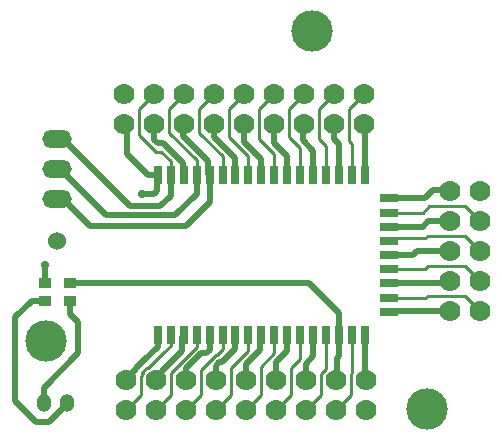
<source format=gtl>
G04*
G04 #@! TF.GenerationSoftware,Altium Limited,Altium Designer,20.0.13 (296)*
G04*
G04 Layer_Physical_Order=1*
G04 Layer_Color=255*
%FSLAX25Y25*%
%MOIN*%
G70*
G01*
G75*
%ADD10C,0.01000*%
%ADD22R,0.03150X0.06000*%
%ADD23R,0.06000X0.03150*%
%ADD24R,0.04331X0.03543*%
%ADD25C,0.02000*%
%ADD26C,0.01500*%
%ADD27O,0.09843X0.06000*%
%ADD28C,0.06000*%
%ADD29C,0.07000*%
%ADD30O,0.04921X0.06000*%
%ADD31C,0.02800*%
%ADD32C,0.13780*%
D10*
X265177Y52627D02*
G03*
X263601Y50876I2823J-4127D01*
G01*
X272854Y118000D02*
Y121543D01*
X345689Y104445D02*
X357102D01*
X359158Y106500D01*
X371000D01*
X376000Y101500D01*
X358345Y96500D02*
X371000D01*
X346764Y96071D02*
X357915D01*
X358345Y96500D01*
X345689Y94996D02*
X346764Y96071D01*
X371000Y96500D02*
X376000Y91500D01*
X345689Y85547D02*
X357654D01*
X358606Y86500D01*
X371000D01*
X376000Y81500D01*
X345689Y76098D02*
X357929D01*
X358331Y76500D01*
X371000D01*
X376000Y71500D01*
X268046Y124590D02*
X269808D01*
X272500Y139000D02*
X277500Y144000D01*
X262500Y130136D02*
X268046Y124590D01*
X272500Y130965D02*
Y139000D01*
X262500Y130136D02*
Y139000D01*
X272500Y130965D02*
X281516Y121949D01*
X269808Y124590D02*
X272854Y121543D01*
X262500Y139000D02*
X267500Y144000D01*
X282500Y130965D02*
X290177Y123287D01*
X281516Y117043D02*
Y121949D01*
X282500Y139000D02*
X287500Y144000D01*
X282500Y130965D02*
Y139000D01*
X290177Y117043D02*
Y123287D01*
X292500Y139000D02*
X297500Y144000D01*
X292500Y129464D02*
Y139000D01*
Y129464D02*
X298839Y123126D01*
Y117043D02*
Y123126D01*
X302500Y128964D02*
Y139000D01*
Y128964D02*
X307500Y123965D01*
Y117043D02*
Y123965D01*
X302500Y139000D02*
X307500Y144000D01*
X316161Y117043D02*
Y125803D01*
X312500Y129464D02*
X316161Y125803D01*
X312500Y129464D02*
Y139000D01*
X317500Y144000D01*
X324823Y117043D02*
Y126646D01*
X322500Y128969D02*
X324823Y126646D01*
X322500Y128969D02*
Y139000D01*
X327500Y144000D01*
X333484Y117043D02*
Y127315D01*
X332500Y128299D02*
X333484Y127315D01*
X332500Y128299D02*
Y139000D01*
X337500Y144000D01*
X345689Y71374D02*
X345815Y71500D01*
X265177Y52627D02*
X270525Y57975D01*
X265177Y52627D02*
X265177Y52627D01*
X270525Y57975D02*
X270743D01*
X263000Y43500D02*
Y49764D01*
X263601Y50876D01*
X270743Y57975D02*
X272854Y60086D01*
Y63500D01*
X258000Y38500D02*
X263000Y43500D01*
X273000Y51035D02*
X281516Y59551D01*
X273000Y43500D02*
Y51035D01*
X281516Y59551D02*
Y63500D01*
X268000Y38500D02*
X273000Y43500D01*
X283000D02*
Y51864D01*
X288136Y57000D01*
X288177D02*
X290177Y59000D01*
X278000Y38500D02*
X283000Y43500D01*
X290177Y59000D02*
Y63500D01*
X288136Y57000D02*
X288177D01*
X298839Y58374D02*
Y63500D01*
X293000Y52535D02*
X298839Y58374D01*
X293000Y43500D02*
Y52535D01*
X288000Y38500D02*
X293000Y43500D01*
X307500Y57535D02*
Y63500D01*
X303000Y53035D02*
X307500Y57535D01*
X303000Y43500D02*
Y53035D01*
X298000Y38500D02*
X303000Y43500D01*
X316161Y55697D02*
Y63500D01*
X313000Y52535D02*
X316161Y55697D01*
X313000Y43500D02*
Y52535D01*
X308000Y38500D02*
X313000Y43500D01*
X324823Y52394D02*
Y63500D01*
X323000Y50571D02*
X324823Y52394D01*
X323000Y43500D02*
Y50571D01*
X318000Y38500D02*
X323000Y43500D01*
X333484Y51055D02*
Y63500D01*
X333000Y50571D02*
X333484Y51055D01*
X333000Y43500D02*
Y50571D01*
X328000Y38500D02*
X333000Y43500D01*
X337815Y48685D02*
X338000Y48500D01*
D22*
X316161Y63500D02*
D03*
X320492D02*
D03*
X268524D02*
D03*
X272854D02*
D03*
X281516D02*
D03*
X290177D02*
D03*
X294508D02*
D03*
X298839D02*
D03*
X303169D02*
D03*
X307500D02*
D03*
X311831D02*
D03*
X324823D02*
D03*
X329153D02*
D03*
X337815D02*
D03*
X277185D02*
D03*
X285846D02*
D03*
X333484D02*
D03*
X316161Y117043D02*
D03*
X320492D02*
D03*
X268524D02*
D03*
X272854D02*
D03*
X281516D02*
D03*
X290177D02*
D03*
X294508D02*
D03*
X298839D02*
D03*
X303169D02*
D03*
X307500D02*
D03*
X311831D02*
D03*
X324823D02*
D03*
X329153D02*
D03*
X337815D02*
D03*
X277185D02*
D03*
X285846D02*
D03*
X333484D02*
D03*
D23*
X345689Y85547D02*
D03*
Y109169D02*
D03*
Y104445D02*
D03*
Y99721D02*
D03*
Y94996D02*
D03*
Y90272D02*
D03*
Y71374D02*
D03*
Y76098D02*
D03*
Y80823D02*
D03*
D24*
X231000Y75047D02*
D03*
Y80953D02*
D03*
X239500D02*
D03*
Y75047D02*
D03*
D25*
X231000Y80953D02*
Y87000D01*
X267500Y110500D02*
X268500Y111500D01*
X263500Y110500D02*
X267500D01*
X273000Y110000D02*
Y117854D01*
X272854Y118000D02*
X273000Y117854D01*
X269500Y106500D02*
X273000Y110000D01*
X235000Y129000D02*
X236921D01*
X259421Y106500D01*
X269500D01*
X235000Y109000D02*
X236921D01*
X245921Y100000D01*
X278000D01*
X285846Y107846D01*
X236000Y119000D02*
X251500Y103500D01*
X274500D02*
X281516Y110516D01*
X251500Y103500D02*
X274500D01*
X285846Y107846D02*
Y117043D01*
X235000Y119000D02*
X236000D01*
X281516Y110516D02*
Y117043D01*
X258457Y124043D02*
X265480Y117020D01*
X268500D01*
X258457Y124043D02*
Y133043D01*
X257500Y134000D02*
X258457Y133043D01*
X268672Y127500D02*
X270500D01*
X267500Y128672D02*
Y134000D01*
Y128672D02*
X268672Y127500D01*
X270500D02*
X277000Y121000D01*
Y117228D02*
X277185Y117043D01*
X277000Y117228D02*
Y121000D01*
X285500Y117390D02*
X285846Y117043D01*
X285500Y117390D02*
Y121500D01*
X277000Y130000D02*
X285500Y121500D01*
X277000Y133500D02*
X277500Y134000D01*
X277000Y130000D02*
Y133500D01*
X294508Y117043D02*
Y122492D01*
X287500Y129500D02*
X294508Y122492D01*
X287500Y129500D02*
Y134000D01*
X297500Y128000D02*
Y134000D01*
X303169Y117043D02*
Y122331D01*
X297500Y128000D02*
X303169Y122331D01*
X307500Y127500D02*
Y134000D01*
X311831Y117043D02*
Y123169D01*
X307500Y127500D02*
X311831Y123169D01*
X317000Y133500D02*
X317500Y134000D01*
X317000Y128500D02*
Y133500D01*
X320492Y117043D02*
Y125008D01*
X317000Y128500D02*
X320492Y125008D01*
X327500Y129000D02*
Y134000D01*
Y129000D02*
X329153Y127347D01*
Y117043D02*
Y127347D01*
X337657Y117201D02*
X337815Y117043D01*
X337657Y117201D02*
Y133843D01*
X337500Y134000D02*
X337657Y133843D01*
X365500Y112000D02*
X366000Y111500D01*
X360500Y112000D02*
X365500D01*
X357669Y109169D02*
X360500Y112000D01*
X345689Y109169D02*
X357669D01*
X345689Y99721D02*
X357000D01*
X358780Y101500D02*
X366000D01*
X357000Y99721D02*
X358780Y101500D01*
X353772Y90272D02*
X355000Y91500D01*
X366000D01*
X345689Y90272D02*
X353772D01*
X365500Y81000D02*
X366000Y81500D01*
X345866Y81000D02*
X365500D01*
X345689Y80823D02*
X345866Y81000D01*
X345815Y71500D02*
X366000D01*
X268524Y59509D02*
Y63500D01*
X258000Y48500D02*
Y48985D01*
X264141Y55127D02*
X268524Y59509D01*
X264020Y55127D02*
X264141D01*
X270500Y52071D02*
X276610Y58181D01*
X258000Y48985D02*
X261373Y52359D01*
Y52480D02*
X264020Y55127D01*
X268000Y48500D02*
X270500Y52071D01*
X261373Y52359D02*
Y52480D01*
X276610Y62925D02*
X277185Y63500D01*
X276610Y58181D02*
Y62925D01*
X285846Y58672D02*
Y63500D01*
X284675Y57500D02*
X285846Y58672D01*
X283000Y57500D02*
X284675D01*
X278000Y52500D02*
X283000Y57500D01*
X278000Y48500D02*
Y52500D01*
X289172Y54500D02*
X290000D01*
X288000Y53328D02*
X289172Y54500D01*
X288000Y48500D02*
Y53328D01*
X290000Y54500D02*
X294500Y59000D01*
Y63492D02*
X294508Y63500D01*
X294500Y59000D02*
Y63492D01*
X298000Y48500D02*
Y54000D01*
X302594Y62925D02*
X303169Y63500D01*
X302594Y58595D02*
Y62925D01*
X298000Y54000D02*
X302594Y58595D01*
X308000Y48500D02*
Y54500D01*
X311831Y58331D02*
Y63500D01*
X308000Y54500D02*
X311831Y58331D01*
X318000Y48500D02*
Y54000D01*
X320492Y56492D02*
Y63500D01*
X318000Y54000D02*
X320492Y56492D01*
X328000Y48500D02*
X328500Y49000D01*
Y56000D01*
X329153Y56653D02*
Y63500D01*
X328500Y56000D02*
X329153Y56653D01*
X337815Y48685D02*
Y63500D01*
X329153D02*
Y70846D01*
X319047Y80953D02*
X329153Y70846D01*
X239500Y80953D02*
X319047D01*
X230563Y41000D02*
Y46063D01*
X242000Y57500D01*
X239500Y70500D02*
X242000Y68000D01*
Y57500D02*
Y68000D01*
X239500Y70500D02*
Y75047D01*
X238437Y40461D02*
Y41000D01*
X232476Y34500D02*
X238437Y40461D01*
X228000Y34500D02*
X232476D01*
X221000Y41500D02*
X228000Y34500D01*
X221000Y41500D02*
Y69500D01*
X226547Y75047D02*
X231000D01*
X221000Y69500D02*
X226547Y75047D01*
X238437Y41000D02*
Y41539D01*
X268500Y111500D02*
Y117020D01*
D26*
X239500Y80953D02*
X239547Y81000D01*
D27*
X235000Y119000D02*
D03*
Y129000D02*
D03*
Y109000D02*
D03*
D28*
Y95000D02*
D03*
D29*
X337500Y144000D02*
D03*
Y134000D02*
D03*
X327500Y144000D02*
D03*
Y134000D02*
D03*
X317500Y144000D02*
D03*
Y134000D02*
D03*
X307500Y144000D02*
D03*
Y134000D02*
D03*
X297500Y144000D02*
D03*
Y134000D02*
D03*
X287500Y144000D02*
D03*
Y134000D02*
D03*
X277500Y144000D02*
D03*
Y134000D02*
D03*
X267500Y144000D02*
D03*
Y134000D02*
D03*
X257500Y144000D02*
D03*
Y134000D02*
D03*
X258000Y38500D02*
D03*
Y48500D02*
D03*
X268000Y38500D02*
D03*
Y48500D02*
D03*
X278000Y38500D02*
D03*
Y48500D02*
D03*
X288000Y38500D02*
D03*
Y48500D02*
D03*
X298000Y38500D02*
D03*
Y48500D02*
D03*
X308000Y38500D02*
D03*
Y48500D02*
D03*
X318000Y38500D02*
D03*
Y48500D02*
D03*
X328000Y38500D02*
D03*
Y48500D02*
D03*
X338000Y38500D02*
D03*
Y48500D02*
D03*
X366000Y111500D02*
D03*
X376000D02*
D03*
X366000Y101500D02*
D03*
X376000D02*
D03*
X366000Y91500D02*
D03*
X376000D02*
D03*
X366000Y81500D02*
D03*
X376000D02*
D03*
X366000Y71500D02*
D03*
X376000D02*
D03*
D30*
X230563Y41000D02*
D03*
X238437D02*
D03*
D31*
X231000Y87000D02*
D03*
X263500Y110500D02*
D03*
D32*
X358500Y39000D02*
D03*
X320000Y165000D02*
D03*
X231500Y61500D02*
D03*
M02*

</source>
